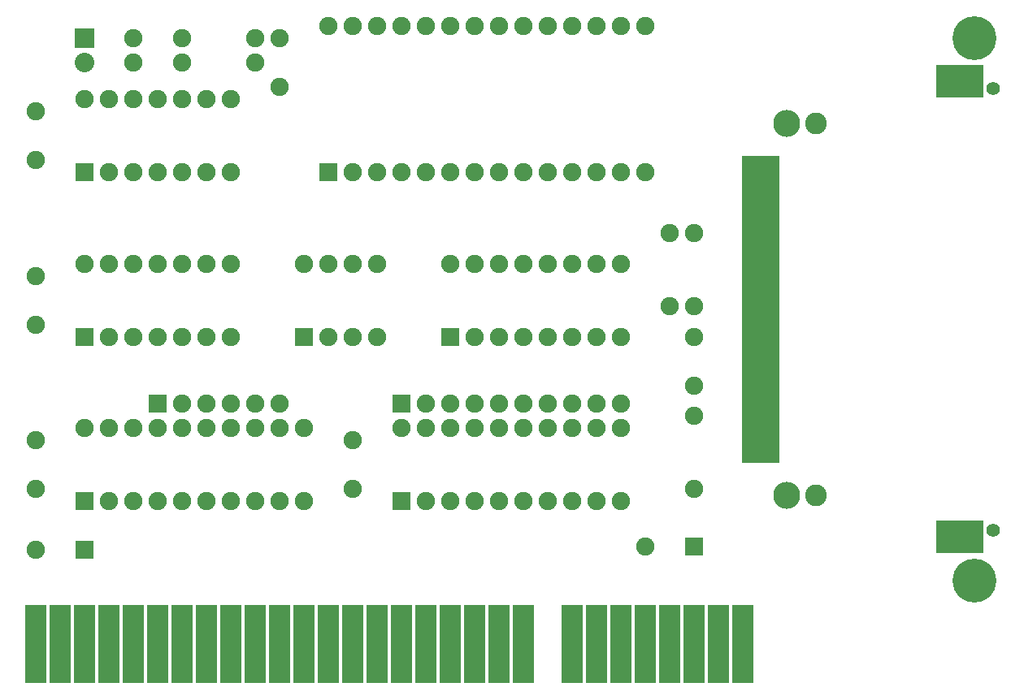
<source format=gts>
G04 (created by PCBNEW-RS274X (2012-01-19 BZR 3256)-stable) date 4/5/2013 11:43:27 PM*
G01*
G70*
G90*
%MOIN*%
G04 Gerber Fmt 3.4, Leading zero omitted, Abs format*
%FSLAX34Y34*%
G04 APERTURE LIST*
%ADD10C,0.006000*%
%ADD11C,0.180000*%
%ADD12R,0.075000X0.075000*%
%ADD13C,0.075000*%
%ADD14R,0.080000X0.080000*%
%ADD15C,0.080000*%
%ADD16R,0.090000X0.320000*%
%ADD17R,0.157800X0.035000*%
%ADD18C,0.055400*%
%ADD19C,0.088900*%
%ADD20C,0.110600*%
%ADD21R,0.197200X0.138100*%
G04 APERTURE END LIST*
G54D10*
G54D11*
X79500Y-26500D03*
X79500Y-48750D03*
G54D12*
X43000Y-45500D03*
G54D13*
X44000Y-45500D03*
X45000Y-45500D03*
X46000Y-45500D03*
X47000Y-45500D03*
X48000Y-45500D03*
X49000Y-45500D03*
X50000Y-45500D03*
X51000Y-45500D03*
X52000Y-45500D03*
X52000Y-42500D03*
X51000Y-42500D03*
X50000Y-42500D03*
X49000Y-42500D03*
X48000Y-42500D03*
X47000Y-42500D03*
X46000Y-42500D03*
X45000Y-42500D03*
X44000Y-42500D03*
X43000Y-42500D03*
G54D12*
X58000Y-38750D03*
G54D13*
X59000Y-38750D03*
X60000Y-38750D03*
X61000Y-38750D03*
X62000Y-38750D03*
X63000Y-38750D03*
X64000Y-38750D03*
X65000Y-38750D03*
X65000Y-35750D03*
X64000Y-35750D03*
X63000Y-35750D03*
X62000Y-35750D03*
X61000Y-35750D03*
X60000Y-35750D03*
X59000Y-35750D03*
X58000Y-35750D03*
X51000Y-26500D03*
X51000Y-28500D03*
X68000Y-38750D03*
X68000Y-40750D03*
X41000Y-29500D03*
X41000Y-31500D03*
X41000Y-36250D03*
X41000Y-38250D03*
X41000Y-43000D03*
X41000Y-45000D03*
X54000Y-43000D03*
X54000Y-45000D03*
X47000Y-27500D03*
X50000Y-27500D03*
X47000Y-26500D03*
X50000Y-26500D03*
X67000Y-34500D03*
X67000Y-37500D03*
X68000Y-34500D03*
X68000Y-37500D03*
X68000Y-42000D03*
X68000Y-45000D03*
G54D12*
X43000Y-47500D03*
G54D13*
X41000Y-47500D03*
G54D12*
X68000Y-47375D03*
G54D13*
X66000Y-47375D03*
G54D14*
X43000Y-26500D03*
G54D15*
X43000Y-27500D03*
G54D12*
X46000Y-41500D03*
G54D13*
X47000Y-41500D03*
X48000Y-41500D03*
X49000Y-41500D03*
X50000Y-41500D03*
X51000Y-41500D03*
G54D12*
X56000Y-41500D03*
G54D13*
X57000Y-41500D03*
X58000Y-41500D03*
X59000Y-41500D03*
X60000Y-41500D03*
X61000Y-41500D03*
X62000Y-41500D03*
X63000Y-41500D03*
X64000Y-41500D03*
X65000Y-41500D03*
G54D12*
X52000Y-38750D03*
G54D13*
X53000Y-38750D03*
X54000Y-38750D03*
X55000Y-38750D03*
X55000Y-35750D03*
X54000Y-35750D03*
X53000Y-35750D03*
X52000Y-35750D03*
G54D12*
X53000Y-32000D03*
G54D13*
X54000Y-32000D03*
X55000Y-32000D03*
X56000Y-32000D03*
X57000Y-32000D03*
X58000Y-32000D03*
X59000Y-32000D03*
X60000Y-32000D03*
X61000Y-32000D03*
X62000Y-32000D03*
X63000Y-32000D03*
X64000Y-32000D03*
X65000Y-32000D03*
X66000Y-32000D03*
X66000Y-26000D03*
X65000Y-26000D03*
X64000Y-26000D03*
X63000Y-26000D03*
X62000Y-26000D03*
X61000Y-26000D03*
X60000Y-26000D03*
X59000Y-26000D03*
X58000Y-26000D03*
X57000Y-26000D03*
X56000Y-26000D03*
X55000Y-26000D03*
X54000Y-26000D03*
X53000Y-26000D03*
G54D12*
X56000Y-45500D03*
G54D13*
X57000Y-45500D03*
X58000Y-45500D03*
X59000Y-45500D03*
X60000Y-45500D03*
X61000Y-45500D03*
X62000Y-45500D03*
X63000Y-45500D03*
X64000Y-45500D03*
X65000Y-45500D03*
X65000Y-42500D03*
X64000Y-42500D03*
X63000Y-42500D03*
X62000Y-42500D03*
X61000Y-42500D03*
X60000Y-42500D03*
X59000Y-42500D03*
X58000Y-42500D03*
X57000Y-42500D03*
X56000Y-42500D03*
G54D12*
X43000Y-38750D03*
G54D13*
X44000Y-38750D03*
X45000Y-38750D03*
X46000Y-38750D03*
X47000Y-38750D03*
X48000Y-38750D03*
X49000Y-38750D03*
X49000Y-35750D03*
X48000Y-35750D03*
X47000Y-35750D03*
X46000Y-35750D03*
X45000Y-35750D03*
X44000Y-35750D03*
X43000Y-35750D03*
G54D12*
X43000Y-32000D03*
G54D13*
X44000Y-32000D03*
X45000Y-32000D03*
X46000Y-32000D03*
X47000Y-32000D03*
X48000Y-32000D03*
X49000Y-32000D03*
X49000Y-29000D03*
X48000Y-29000D03*
X47000Y-29000D03*
X46000Y-29000D03*
X45000Y-29000D03*
X44000Y-29000D03*
X43000Y-29000D03*
G54D16*
X70000Y-51375D03*
X69000Y-51375D03*
X68000Y-51375D03*
X67000Y-51375D03*
X66000Y-51375D03*
X65000Y-51375D03*
X64000Y-51375D03*
X63000Y-51375D03*
X61000Y-51375D03*
X60000Y-51375D03*
X59000Y-51375D03*
X58000Y-51375D03*
X57000Y-51375D03*
X56000Y-51375D03*
X55000Y-51375D03*
X54000Y-51375D03*
X53000Y-51375D03*
X52000Y-51375D03*
X51000Y-51375D03*
X50000Y-51375D03*
X49000Y-51375D03*
X48000Y-51375D03*
X47000Y-51375D03*
X46000Y-51375D03*
X45000Y-51375D03*
X44000Y-51375D03*
X43000Y-51375D03*
X42000Y-51375D03*
X41000Y-51375D03*
G54D13*
X45000Y-26500D03*
X45000Y-27500D03*
G54D17*
X70736Y-43750D03*
X70736Y-43250D03*
X70736Y-42750D03*
X70736Y-42250D03*
X70736Y-41750D03*
X70736Y-41250D03*
X70736Y-40750D03*
X70736Y-40250D03*
X70736Y-39750D03*
X70736Y-39250D03*
X70736Y-38750D03*
X70736Y-38250D03*
X70736Y-37750D03*
X70736Y-37250D03*
X70736Y-36750D03*
X70736Y-36250D03*
X70736Y-35750D03*
X70736Y-35250D03*
X70736Y-34750D03*
X70736Y-34250D03*
X70736Y-33750D03*
X70736Y-33250D03*
X70736Y-32750D03*
X70736Y-32250D03*
X70736Y-31750D03*
X70736Y-43500D03*
X70736Y-43000D03*
X70736Y-42500D03*
X70736Y-42000D03*
X70736Y-41500D03*
X70736Y-41000D03*
X70736Y-40500D03*
X70736Y-40000D03*
X70736Y-39500D03*
X70736Y-39000D03*
X70736Y-38500D03*
X70736Y-38000D03*
X70736Y-37500D03*
X70736Y-37000D03*
X70736Y-36500D03*
X70736Y-36000D03*
X70736Y-35500D03*
X70736Y-35000D03*
X70736Y-34500D03*
X70736Y-34000D03*
X70736Y-33500D03*
X70736Y-33000D03*
X70736Y-32500D03*
X70736Y-32000D03*
X70736Y-31500D03*
G54D18*
X80283Y-46680D03*
X80283Y-28570D03*
G54D19*
X73000Y-45251D03*
X73000Y-29999D03*
G54D20*
X71819Y-45251D03*
X71819Y-29999D03*
G54D21*
X78906Y-46975D03*
X78906Y-28275D03*
M02*

</source>
